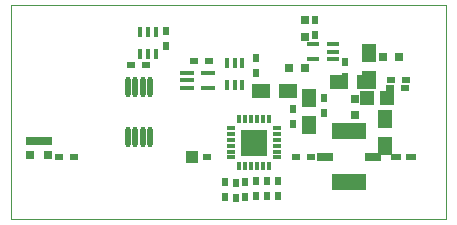
<source format=gtp>
%FSTAX23Y23*%
%MOIN*%
%SFA1B1*%

%IPPOS*%
%ADD10R,0.020000X0.030000*%
%ADD11R,0.030000X0.030000*%
%ADD12R,0.030000X0.030000*%
%ADD13R,0.050000X0.060000*%
%ADD14R,0.045000X0.045000*%
%ADD15R,0.060000X0.050000*%
%ADD16R,0.045000X0.014000*%
%ADD17R,0.016000X0.033000*%
%ADD18R,0.030000X0.020000*%
%ADD19R,0.040000X0.040000*%
%ADD20R,0.031000X0.028000*%
%ADD21R,0.040000X0.014000*%
%ADD22R,0.016000X0.033000*%
%ADD23R,0.031000X0.028000*%
%ADD24R,0.028000X0.012000*%
%ADD25R,0.012000X0.028000*%
%ADD26R,0.035000X0.020000*%
%ADD27R,0.091000X0.028000*%
%ADD28O,0.018000X0.067000*%
%ADD29R,0.091000X0.091000*%
%ADD30R,0.118000X0.053000*%
%ADD31R,0.053000X0.030000*%
%ADD32R,0.025000X0.020000*%
%ADD63C,0.002000*%
%LNatten-f6-1*%
%LPD*%
G54D10*
X00699Y-00345D03*
Y-00295D03*
X01225Y-00568D03*
Y-00518D03*
X01295Y-00398D03*
Y-00448D03*
X01197Y-00309D03*
X01121Y-00603D03*
Y-00553D03*
X00931Y-008D03*
Y-0085D03*
X01074Y-00794D03*
Y-00844D03*
X01035Y-00794D03*
Y-00844D03*
X01Y-00794D03*
Y-00844D03*
X00897Y-00847D03*
Y-00797D03*
X00964Y-00849D03*
Y-00799D03*
X01Y-00434D03*
Y-00384D03*
X01197Y-00259D03*
G54D11*
X01476Y-0038D03*
X01421D03*
X01164Y-00417D03*
X01109D03*
G54D12*
X01328Y-00575D03*
Y-0052D03*
X01164Y-00259D03*
Y-00314D03*
G54D13*
X01375Y-00369D03*
Y-00459D03*
X0143Y-00586D03*
Y-00676D03*
X01177Y-00517D03*
Y-00607D03*
G54D14*
X01368Y-00519D03*
X01435D03*
G54D15*
X01367Y-00465D03*
X01277D03*
X01015Y-00493D03*
X01105D03*
G54D16*
X0077Y-00485D03*
X00838Y-00433D03*
X0077Y-00459D03*
Y-00433D03*
X00838Y-00485D03*
G54D17*
X00639Y-00372D03*
Y-00298D03*
X00928Y-00475D03*
Y-00401D03*
G54D18*
X00836Y-00714D03*
X01449Y-00457D03*
X01499Y-00456D03*
X01184Y-00715D03*
X01134D03*
X00343D03*
X00393D03*
X00792Y-00395D03*
X00842D03*
X00582Y-00407D03*
X00632D03*
G54D19*
X00786Y-00714D03*
G54D20*
X00305Y-00707D03*
G54D21*
X01257Y-00363D03*
X01189Y-00337D03*
X01257D03*
Y-00389D03*
X01189D03*
G54D22*
X00902Y-00475D03*
X00954D03*
Y-00401D03*
X00902D03*
X00665Y-00298D03*
Y-00372D03*
X00613Y-00298D03*
Y-00372D03*
G54D23*
X00246Y-00707D03*
G54D24*
X00916Y-00636D03*
Y-00656D03*
Y-00676D03*
Y-00696D03*
Y-00715D03*
X0107D03*
Y-00696D03*
Y-00676D03*
Y-00656D03*
Y-00636D03*
Y-00617D03*
X00916D03*
G54D25*
X00944Y-00743D03*
X00963D03*
X00983D03*
X01003D03*
X01023D03*
X01042D03*
Y-00589D03*
X01023D03*
X01003D03*
X00983D03*
X00963D03*
X00944D03*
G54D26*
X01517Y-00714D03*
X01467D03*
G54D27*
X00276Y-0066D03*
G54D28*
X00571Y-00647D03*
X00596D03*
X00622D03*
X00647D03*
X00571Y-00481D03*
X00647D03*
X00622D03*
X00596D03*
G54D29*
X00993Y-00666D03*
G54D30*
X01308Y-00629D03*
Y-00799D03*
G54D31*
X01388Y-00714D03*
X01228D03*
G54D32*
X01495Y-00485D03*
X01445D03*
G54D63*
X00183Y-00922D02*
X01633D01*
X00183D02*
Y-00208D01*
X01633Y-00922D02*
Y-00208D01*
X00183D02*
X01633D01*
M02*
</source>
